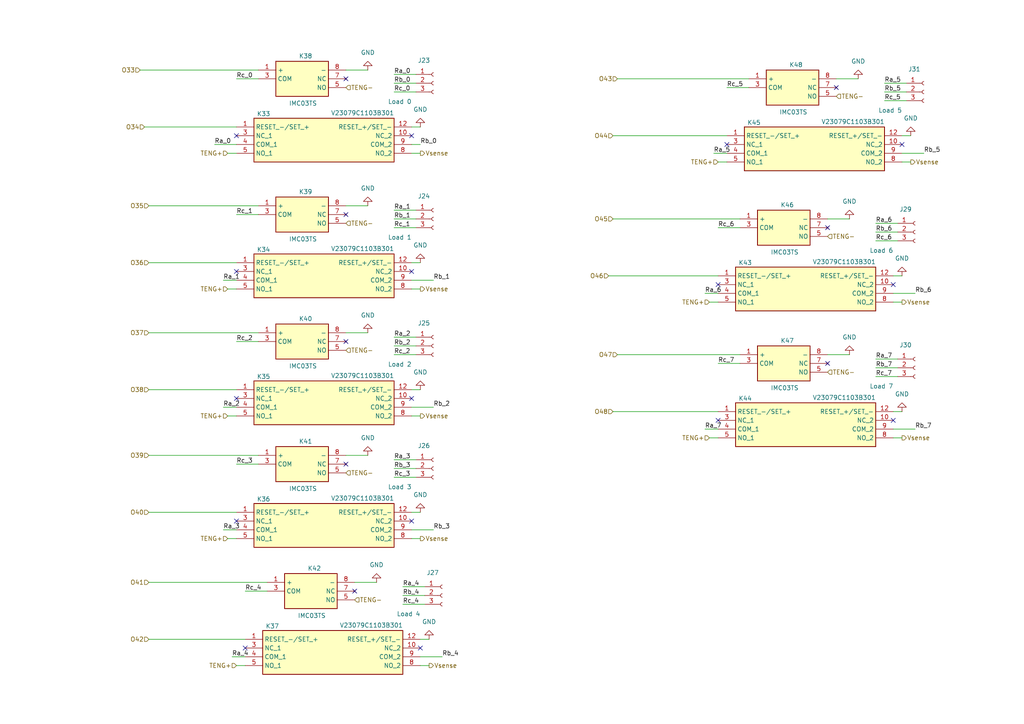
<source format=kicad_sch>
(kicad_sch (version 20231120) (generator "eeschema") (generator_version "8.0")
  (paper "A4")
  (lib_symbols
    (symbol "Connector:Conn_01x03_Socket" (pin_names (offset 1.016) hide)
      (property "Reference" "J" (at 0 5.08 0))
      (property "Value" "Conn_01x03_Socket" (at 0 -5.08 0))
      (symbol "Conn_01x03_Socket_1_1"
        (arc (start 0 -2.032) (mid -0.5058 -2.54) (end 0 -3.048) (stroke (width 0.1524)))
        (polyline (pts (xy -1.27 -2.54) (xy -0.508 -2.54)) (stroke (width 0.1524)))
        (polyline (pts (xy -1.27 0) (xy -0.508 0)) (stroke (width 0.1524)))
        (polyline (pts (xy -1.27 2.54) (xy -0.508 2.54)) (stroke (width 0.1524)))
        (arc (start 0 0.508) (mid -0.5058 0) (end 0 -0.508) (stroke (width 0.1524)))
        (arc (start 0 3.048) (mid -0.5058 2.54) (end 0 2.032) (stroke (width 0.1524)))
        (pin passive line (at -5.08 2.54 0) (length 3.81) (name "Pin_1") (number "1"))
        (pin passive line (at -5.08 0 0) (length 3.81) (name "Pin_2") (number "2"))
        (pin passive line (at -5.08 -2.54 0) (length 3.81) (name "Pin_3") (number "3"))
      )
    )
    (symbol "SamacSys_Parts:IMC03TS"
      (property "Reference" "K" (at 21.59 7.62 0))
      (property "Value" "IMC03TS" (at 21.59 5.08 0))
      (symbol "IMC03TS_1_1"
        (rectangle (start 5.08 2.54) (end 20.32 -7.62) (stroke (width 0.254)) (fill (type background)))
        (pin passive line (at 0 0 0) (length 5.08) (name "+") (number "1"))
        (pin passive line (at 0 -2.54 0) (length 5.08) (name "COM") (number "3"))
        (pin passive line (at 25.4 -5.08 180) (length 5.08) (name "NO") (number "5"))
        (pin no_connect line (at 25.4 -2.54 180) (length 5.08) (name "NC") (number "7"))
        (pin passive line (at 25.4 0 180) (length 5.08) (name "-") (number "8"))
      )
    )
    (symbol "SamacSys_Parts:V23079C1103B301"
      (property "Reference" "K" (at 46.99 7.62 0))
      (property "Value" "V23079C1103B301" (at 46.99 5.08 0))
      (symbol "V23079C1103B301_1_1"
        (rectangle (start 5.08 2.54) (end 45.72 -10.16) (stroke (width 0.254)) (fill (type background)))
        (pin passive line (at 0 0 0) (length 5.08) (name "RESET_-/SET_+") (number "1"))
        (pin passive line (at 50.8 -2.54 180) (length 5.08) (name "NC_2") (number "10"))
        (pin passive line (at 50.8 0 180) (length 5.08) (name "RESET_+/SET_-") (number "12"))
        (pin passive line (at 0 -2.54 0) (length 5.08) (name "NC_1") (number "3"))
        (pin passive line (at 0 -5.08 0) (length 5.08) (name "COM_1") (number "4"))
        (pin passive line (at 0 -7.62 0) (length 5.08) (name "NO_1") (number "5"))
        (pin passive line (at 50.8 -7.62 180) (length 5.08) (name "NO_2") (number "8"))
        (pin passive line (at 50.8 -5.08 180) (length 5.08) (name "COM_2") (number "9"))
      )
    )
    (symbol "power:GND" (power) (pin_numbers hide) (pin_names (offset 0) hide)
      (property "Value" "GND" (at 0 -3.81 0))
      (symbol "GND_0_1"
        (polyline (pts (xy 0 0) (xy 0 -1.27) (xy 1.27 -1.27) (xy 0 -2.54) (xy -1.27 -1.27) (xy 0 -1.27)))
      )
      (symbol "GND_1_1"
        (pin power_in line (at 0 0 270) (length 0) (name "~") (number "1"))
      )
    )
  )
  (no_connect (at 208.28 82.55))
  (no_connect (at 102.87 171.45))
  (no_connect (at 121.92 187.96))
  (no_connect (at 119.38 115.57))
  (no_connect (at 68.58 78.74))
  (no_connect (at 242.57 25.4))
  (no_connect (at 119.38 151.13))
  (no_connect (at 100.33 134.62))
  (no_connect (at 68.58 39.37))
  (no_connect (at 100.33 22.86))
  (no_connect (at 259.08 82.55))
  (no_connect (at 71.12 187.96))
  (no_connect (at 259.08 121.92))
  (no_connect (at 208.28 121.92))
  (no_connect (at 100.33 62.23))
  (no_connect (at 240.03 66.04))
  (no_connect (at 68.58 115.57))
  (no_connect (at 210.82 41.91))
  (no_connect (at 240.03 105.41))
  (no_connect (at 119.38 78.74))
  (no_connect (at 261.62 41.91))
  (no_connect (at 68.58 151.13))
  (no_connect (at 100.33 99.06))
  (no_connect (at 119.38 39.37))
  (wire (pts (xy 66.04 44.45) (xy 68.58 44.45)))
  (wire (pts (xy 106.68 59.69) (xy 100.33 59.69)))
  (wire (pts (xy 208.28 105.41) (xy 214.63 105.41)))
  (wire (pts (xy 246.38 102.87) (xy 240.03 102.87)))
  (wire (pts (xy 121.92 76.2) (xy 119.38 76.2)))
  (wire (pts (xy 119.38 81.28) (xy 125.73 81.28)))
  (wire (pts (xy 254 67.31) (xy 260.35 67.31)))
  (wire (pts (xy 114.3 102.87) (xy 120.65 102.87)))
  (wire (pts (xy 254 106.68) (xy 260.35 106.68)))
  (wire (pts (xy 64.77 118.11) (xy 68.58 118.11)))
  (wire (pts (xy 121.92 156.21) (xy 119.38 156.21)))
  (wire (pts (xy 246.38 63.5) (xy 240.03 63.5)))
  (wire (pts (xy 114.3 135.89) (xy 120.65 135.89)))
  (wire (pts (xy 124.46 193.04) (xy 121.92 193.04)))
  (wire (pts (xy 66.04 120.65) (xy 68.58 120.65)))
  (wire (pts (xy 179.07 22.86) (xy 217.17 22.86)))
  (wire (pts (xy 43.18 148.59) (xy 68.58 148.59)))
  (wire (pts (xy 114.3 97.79) (xy 120.65 97.79)))
  (wire (pts (xy 254 109.22) (xy 260.35 109.22)))
  (wire (pts (xy 119.38 118.11) (xy 125.73 118.11)))
  (wire (pts (xy 208.28 46.99) (xy 210.82 46.99)))
  (wire (pts (xy 248.92 22.86) (xy 242.57 22.86)))
  (wire (pts (xy 114.3 100.33) (xy 120.65 100.33)))
  (wire (pts (xy 43.18 59.69) (xy 74.93 59.69)))
  (wire (pts (xy 204.47 85.09) (xy 208.28 85.09)))
  (wire (pts (xy 177.8 119.38) (xy 208.28 119.38)))
  (wire (pts (xy 114.3 60.96) (xy 120.65 60.96)))
  (wire (pts (xy 121.92 120.65) (xy 119.38 120.65)))
  (wire (pts (xy 116.84 175.26) (xy 123.19 175.26)))
  (wire (pts (xy 261.62 80.01) (xy 259.08 80.01)))
  (wire (pts (xy 119.38 153.67) (xy 125.73 153.67)))
  (wire (pts (xy 114.3 26.67) (xy 120.65 26.67)))
  (wire (pts (xy 114.3 138.43) (xy 120.65 138.43)))
  (wire (pts (xy 68.58 193.04) (xy 71.12 193.04)))
  (wire (pts (xy 106.68 20.32) (xy 100.33 20.32)))
  (wire (pts (xy 121.92 83.82) (xy 119.38 83.82)))
  (wire (pts (xy 40.64 20.32) (xy 74.93 20.32)))
  (wire (pts (xy 43.18 96.52) (xy 74.93 96.52)))
  (wire (pts (xy 121.92 148.59) (xy 119.38 148.59)))
  (wire (pts (xy 207.01 44.45) (xy 210.82 44.45)))
  (wire (pts (xy 205.74 127) (xy 208.28 127)))
  (wire (pts (xy 121.92 190.5) (xy 128.27 190.5)))
  (wire (pts (xy 205.74 87.63) (xy 208.28 87.63)))
  (wire (pts (xy 177.8 63.5) (xy 214.63 63.5)))
  (wire (pts (xy 109.22 168.91) (xy 102.87 168.91)))
  (wire (pts (xy 43.18 168.91) (xy 77.47 168.91)))
  (wire (pts (xy 256.54 29.21) (xy 262.89 29.21)))
  (wire (pts (xy 121.92 41.91) (xy 119.38 41.91)))
  (wire (pts (xy 68.58 99.06) (xy 74.93 99.06)))
  (wire (pts (xy 68.58 134.62) (xy 74.93 134.62)))
  (wire (pts (xy 124.46 185.42) (xy 121.92 185.42)))
  (wire (pts (xy 259.08 85.09) (xy 265.43 85.09)))
  (wire (pts (xy 121.92 44.45) (xy 119.38 44.45)))
  (wire (pts (xy 114.3 63.5) (xy 120.65 63.5)))
  (wire (pts (xy 43.18 132.08) (xy 74.93 132.08)))
  (wire (pts (xy 261.62 44.45) (xy 267.97 44.45)))
  (wire (pts (xy 261.62 119.38) (xy 259.08 119.38)))
  (wire (pts (xy 256.54 24.13) (xy 262.89 24.13)))
  (wire (pts (xy 261.62 127) (xy 259.08 127)))
  (wire (pts (xy 66.04 156.21) (xy 68.58 156.21)))
  (wire (pts (xy 264.16 39.37) (xy 261.62 39.37)))
  (wire (pts (xy 43.18 185.42) (xy 71.12 185.42)))
  (wire (pts (xy 67.31 190.5) (xy 71.12 190.5)))
  (wire (pts (xy 43.18 113.03) (xy 68.58 113.03)))
  (wire (pts (xy 116.84 172.72) (xy 123.19 172.72)))
  (wire (pts (xy 121.92 113.03) (xy 119.38 113.03)))
  (wire (pts (xy 254 104.14) (xy 260.35 104.14)))
  (wire (pts (xy 116.84 170.18) (xy 123.19 170.18)))
  (wire (pts (xy 114.3 24.13) (xy 120.65 24.13)))
  (wire (pts (xy 254 64.77) (xy 260.35 64.77)))
  (wire (pts (xy 68.58 62.23) (xy 74.93 62.23)))
  (wire (pts (xy 66.04 83.82) (xy 68.58 83.82)))
  (wire (pts (xy 121.92 36.83) (xy 119.38 36.83)))
  (wire (pts (xy 254 69.85) (xy 260.35 69.85)))
  (wire (pts (xy 259.08 124.46) (xy 265.43 124.46)))
  (wire (pts (xy 204.47 124.46) (xy 208.28 124.46)))
  (wire (pts (xy 114.3 21.59) (xy 120.65 21.59)))
  (wire (pts (xy 64.77 81.28) (xy 68.58 81.28)))
  (wire (pts (xy 43.18 76.2) (xy 68.58 76.2)))
  (wire (pts (xy 62.23 41.91) (xy 68.58 41.91)))
  (wire (pts (xy 106.68 132.08) (xy 100.33 132.08)))
  (wire (pts (xy 177.8 39.37) (xy 210.82 39.37)))
  (wire (pts (xy 256.54 26.67) (xy 262.89 26.67)))
  (wire (pts (xy 106.68 96.52) (xy 100.33 96.52)))
  (wire (pts (xy 176.53 80.01) (xy 208.28 80.01)))
  (wire (pts (xy 261.62 87.63) (xy 259.08 87.63)))
  (wire (pts (xy 41.91 36.83) (xy 68.58 36.83)))
  (wire (pts (xy 71.12 171.45) (xy 77.47 171.45)))
  (wire (pts (xy 68.58 22.86) (xy 74.93 22.86)))
  (wire (pts (xy 179.07 102.87) (xy 214.63 102.87)))
  (wire (pts (xy 64.77 153.67) (xy 68.58 153.67)))
  (wire (pts (xy 264.16 46.99) (xy 261.62 46.99)))
  (wire (pts (xy 114.3 133.35) (xy 120.65 133.35)))
  (wire (pts (xy 210.82 25.4) (xy 217.17 25.4)))
  (wire (pts (xy 114.3 66.04) (xy 120.65 66.04)))
  (wire (pts (xy 208.28 66.04) (xy 214.63 66.04)))
  (label "Ra_4" (at 67.31 190.5 0))
  (label "Rc_3" (at 114.3 138.43 0))
  (label "Rc_7" (at 208.28 105.41 0))
  (label "Ra_1" (at 64.77 81.28 0))
  (label "Ra_1" (at 114.3 60.96 0))
  (label "Ra_7" (at 204.47 124.46 0))
  (label "Rc_2" (at 68.58 99.06 0))
  (label "Rb_3" (at 114.3 135.89 0))
  (label "Rb_2" (at 125.73 118.11 0))
  (label "Rb_1" (at 125.73 81.28 0))
  (label "Ra_6" (at 254 64.77 0))
  (label "Ra_4" (at 116.84 170.18 0))
  (label "Rc_6" (at 254 69.85 0))
  (label "Rc_3" (at 68.58 134.62 0))
  (label "Ra_2" (at 64.77 118.11 0))
  (label "Rb_7" (at 254 106.68 0))
  (label "Rc_4" (at 71.12 171.45 0))
  (label "Rc_0" (at 114.3 26.67 0))
  (label "Rb_6" (at 254 67.31 0))
  (label "Rc_6" (at 208.28 66.04 0))
  (label "Rc_7" (at 254 109.22 0))
  (label "Ra_6" (at 204.47 85.09 0))
  (label "Ra_2" (at 114.3 97.79 0))
  (label "Rb_0" (at 114.3 24.13 0))
  (label "Ra_5" (at 207.01 44.45 0))
  (label "Ra_3" (at 64.77 153.67 0))
  (label "Rb_1" (at 114.3 63.5 0))
  (label "Rb_4" (at 128.27 190.5 0))
  (label "Rc_1" (at 114.3 66.04 0))
  (label "Rc_4" (at 116.84 175.26 0))
  (label "Rb_5" (at 256.54 26.67 0))
  (label "Ra_0" (at 62.23 41.91 0))
  (label "Ra_3" (at 114.3 133.35 0))
  (label "Rb_0" (at 121.92 41.91 0))
  (label "Rb_4" (at 116.84 172.72 0))
  (label "Rb_2" (at 114.3 100.33 0))
  (label "Rb_7" (at 265.43 124.46 0))
  (label "Ra_5" (at 256.54 24.13 0))
  (label "Rc_2" (at 114.3 102.87 0))
  (label "Rb_3" (at 125.73 153.67 0))
  (label "Rc_5" (at 210.82 25.4 0))
  (label "Rc_5" (at 256.54 29.21 0))
  (label "Ra_7" (at 254 104.14 0))
  (label "Rc_0" (at 68.58 22.86 0))
  (label "Rc_1" (at 68.58 62.23 0))
  (label "Rb_6" (at 265.43 85.09 0))
  (label "Ra_0" (at 114.3 21.59 0))
  (label "Rb_5" (at 267.97 44.45 0))
  (hierarchical_label "O34" (shape input) (at 41.91 36.83 180))
  (hierarchical_label "TENG+" (shape input) (at 66.04 120.65 180))
  (hierarchical_label "O39" (shape input) (at 43.18 132.08 180))
  (hierarchical_label "O44" (shape input) (at 177.8 39.37 180))
  (hierarchical_label "O42" (shape input) (at 43.18 185.42 180))
  (hierarchical_label "TENG+" (shape input) (at 66.04 44.45 180))
  (hierarchical_label "TENG-" (shape input) (at 100.33 137.16 0))
  (hierarchical_label "O36" (shape input) (at 43.18 76.2 180))
  (hierarchical_label "O37" (shape input) (at 43.18 96.52 180))
  (hierarchical_label "O35" (shape input) (at 43.18 59.69 180))
  (hierarchical_label "Vsense" (shape output) (at 264.16 46.99 0))
  (hierarchical_label "Vsense" (shape output) (at 121.92 156.21 0))
  (hierarchical_label "TENG-" (shape input) (at 100.33 64.77 0))
  (hierarchical_label "TENG+" (shape input) (at 66.04 156.21 180))
  (hierarchical_label "TENG-" (shape input) (at 240.03 68.58 0))
  (hierarchical_label "O38" (shape input) (at 43.18 113.03 180))
  (hierarchical_label "O48" (shape input) (at 177.8 119.38 180))
  (hierarchical_label "O41" (shape input) (at 43.18 168.91 180))
  (hierarchical_label "O43" (shape input) (at 179.07 22.86 180))
  (hierarchical_label "TENG-" (shape input) (at 240.03 107.95 0))
  (hierarchical_label "Vsense" (shape output) (at 121.92 44.45 0))
  (hierarchical_label "TENG-" (shape input) (at 100.33 25.4 0))
  (hierarchical_label "Vsense" (shape output) (at 121.92 120.65 0))
  (hierarchical_label "O47" (shape input) (at 179.07 102.87 180))
  (hierarchical_label "TENG-" (shape input) (at 242.57 27.94 0))
  (hierarchical_label "TENG+" (shape input) (at 66.04 83.82 180))
  (hierarchical_label "O46" (shape input) (at 176.53 80.01 180))
  (hierarchical_label "TENG+" (shape input) (at 205.74 127 180))
  (hierarchical_label "O40" (shape input) (at 43.18 148.59 180))
  (hierarchical_label "Vsense" (shape output) (at 261.62 87.63 0))
  (hierarchical_label "Vsense" (shape output) (at 121.92 83.82 0))
  (hierarchical_label "Vsense" (shape output) (at 261.62 127 0))
  (hierarchical_label "TENG+" (shape input) (at 68.58 193.04 180))
  (hierarchical_label "TENG+" (shape input) (at 205.74 87.63 180))
  (hierarchical_label "TENG-" (shape input) (at 100.33 101.6 0))
  (hierarchical_label "O45" (shape input) (at 177.8 63.5 180))
  (hierarchical_label "Vsense" (shape output) (at 124.46 193.04 0))
  (hierarchical_label "TENG+" (shape input) (at 208.28 46.99 180))
  (hierarchical_label "O33" (shape input) (at 40.64 20.32 180))
  (hierarchical_label "TENG-" (shape input) (at 102.87 173.99 0))
  (symbol (lib_id "power:GND") (at 121.92 113.03 0) (mirror x) (unit 1)
    (property "Reference" "#PWR064" (effects (hide yes)))
    (property "Value" "GND" (at 121.92 107.95 0))
    (property "Description" "Power symbol creates a global label with name \"GND\" , ground" (effects (hide yes)))
  )
  (symbol (lib_id "power:GND") (at 106.68 20.32 0) (mirror x) (unit 1)
    (property "Reference" "#PWR057" (effects (hide yes)))
    (property "Value" "GND" (at 106.68 15.24 0))
    (property "Description" "Power symbol creates a global label with name \"GND\" , ground" (effects (hide yes)))
  )
  (symbol (lib_id "SamacSys_Parts:V23079C1103B301") (at 68.58 76.2 0) (unit 1)
    (property "Reference" "K34" (at 76.454 72.39 0))
    (property "Value" "V23079C1103B301" (at 105.156 72.136 0))
    (property "Footprint" "SamacSys_Parts:V23079A1001B301" (effects (hide yes)))
    (property "Datasheet" "https://www.te.com/commerce/DocumentDelivery/DDEController?Action=showdoc&DocId=Specification+Or+Standard%7F108-98002%7FZ5%7Fpdf%7FEnglish%7FENG_SS_108-98002_Z5.pdf%7F4-1393788-8" (effects (hide yes)))
    (property "Description" "Relay,signal,PCB,DPDT,2A,12Vdc,latching" (effects (hide yes)))
    (property "Height" "9" (effects (hide yes)))
    (property "Manufacturer_Name" "TE Connectivity" (effects (hide yes)))
    (property "Manufacturer_Part_Number" "V23079C1103B301" (effects (hide yes)))
    (property "Mouser Part Number" "655-V23079C1103B301" (effects (hide yes)))
    (property "Mouser Price/Stock" "https://www.mouser.co.uk/ProductDetail/TE-Connectivity-PB/V23079C1103B301?qs=CNrsY6Bml5mJjfpRR1yORw%3D%3D" (effects (hide yes)))
    (property "Arrow Part Number" "V23079C1103B301" (effects (hide yes)))
    (property "Arrow Price/Stock" "https://www.arrow.com/en/products/v23079c1103b301/te-connectivity?region=nac" (effects (hide yes)))
  )
  (symbol (lib_id "power:GND") (at 261.62 80.01 0) (mirror x) (unit 1)
    (property "Reference" "#PWR070" (effects (hide yes)))
    (property "Value" "GND" (at 261.62 74.93 0))
    (property "Description" "Power symbol creates a global label with name \"GND\" , ground" (effects (hide yes)))
  )
  (symbol (lib_id "SamacSys_Parts:V23079C1103B301") (at 71.12 185.42 0) (unit 1)
    (property "Reference" "K37" (at 78.994 181.61 0))
    (property "Value" "V23079C1103B301" (at 107.696 181.356 0))
    (property "Footprint" "SamacSys_Parts:V23079A1001B301" (effects (hide yes)))
    (property "Datasheet" "https://www.te.com/commerce/DocumentDelivery/DDEController?Action=showdoc&DocId=Specification+Or+Standard%7F108-98002%7FZ5%7Fpdf%7FEnglish%7FENG_SS_108-98002_Z5.pdf%7F4-1393788-8" (effects (hide yes)))
    (property "Description" "Relay,signal,PCB,DPDT,2A,12Vdc,latching" (effects (hide yes)))
    (property "Height" "9" (effects (hide yes)))
    (property "Manufacturer_Name" "TE Connectivity" (effects (hide yes)))
    (property "Manufacturer_Part_Number" "V23079C1103B301" (effects (hide yes)))
    (property "Mouser Part Number" "655-V23079C1103B301" (effects (hide yes)))
    (property "Mouser Price/Stock" "https://www.mouser.co.uk/ProductDetail/TE-Connectivity-PB/V23079C1103B301?qs=CNrsY6Bml5mJjfpRR1yORw%3D%3D" (effects (hide yes)))
    (property "Arrow Part Number" "V23079C1103B301" (effects (hide yes)))
    (property "Arrow Price/Stock" "https://www.arrow.com/en/products/v23079c1103b301/te-connectivity?region=nac" (effects (hide yes)))
  )
  (symbol (lib_id "SamacSys_Parts:V23079C1103B301") (at 208.28 119.38 0) (unit 1)
    (property "Reference" "K44" (at 216.154 115.57 0))
    (property "Value" "V23079C1103B301" (at 244.856 115.316 0))
    (property "Footprint" "SamacSys_Parts:V23079A1001B301" (effects (hide yes)))
    (property "Datasheet" "https://www.te.com/commerce/DocumentDelivery/DDEController?Action=showdoc&DocId=Specification+Or+Standard%7F108-98002%7FZ5%7Fpdf%7FEnglish%7FENG_SS_108-98002_Z5.pdf%7F4-1393788-8" (effects (hide yes)))
    (property "Description" "Relay,signal,PCB,DPDT,2A,12Vdc,latching" (effects (hide yes)))
    (property "Height" "9" (effects (hide yes)))
    (property "Manufacturer_Name" "TE Connectivity" (effects (hide yes)))
    (property "Manufacturer_Part_Number" "V23079C1103B301" (effects (hide yes)))
    (property "Mouser Part Number" "655-V23079C1103B301" (effects (hide yes)))
    (property "Mouser Price/Stock" "https://www.mouser.co.uk/ProductDetail/TE-Connectivity-PB/V23079C1103B301?qs=CNrsY6Bml5mJjfpRR1yORw%3D%3D" (effects (hide yes)))
    (property "Arrow Part Number" "V23079C1103B301" (effects (hide yes)))
    (property "Arrow Price/Stock" "https://www.arrow.com/en/products/v23079c1103b301/te-connectivity?region=nac" (effects (hide yes)))
  )
  (symbol (lib_id "power:GND") (at 106.68 59.69 0) (mirror x) (unit 1)
    (property "Reference" "#PWR058" (effects (hide yes)))
    (property "Value" "GND" (at 106.68 54.61 0))
    (property "Description" "Power symbol creates a global label with name \"GND\" , ground" (effects (hide yes)))
  )
  (symbol (lib_id "power:GND") (at 264.16 39.37 0) (mirror x) (unit 1)
    (property "Reference" "#PWR072" (effects (hide yes)))
    (property "Value" "GND" (at 264.16 34.29 0))
    (property "Description" "Power symbol creates a global label with name \"GND\" , ground" (effects (hide yes)))
  )
  (symbol (lib_id "power:GND") (at 121.92 148.59 0) (mirror x) (unit 1)
    (property "Reference" "#PWR065" (effects (hide yes)))
    (property "Value" "GND" (at 121.92 143.51 0))
    (property "Description" "Power symbol creates a global label with name \"GND\" , ground" (effects (hide yes)))
  )
  (symbol (lib_id "power:GND") (at 124.46 185.42 0) (mirror x) (unit 1)
    (property "Reference" "#PWR066" (effects (hide yes)))
    (property "Value" "GND" (at 124.46 180.34 0))
    (property "Description" "Power symbol creates a global label with name \"GND\" , ground" (effects (hide yes)))
  )
  (symbol (lib_id "Connector:Conn_01x03_Socket") (at 265.43 67.31 0) (unit 1)
    (property "Reference" "J29" (at 260.858 60.706 0) (effects (justify left)))
    (property "Value" "Load 6" (at 252.222 72.644 0) (effects (justify left)))
    (property "Footprint" "Connector_PinHeader_2.54mm:PinHeader_1x03_P2.54mm_Vertical" (effects (hide yes)))
    (property "Description" "Generic connector, single row, 01x03, script generated" (effects (hide yes)))
  )
  (symbol (lib_id "Connector:Conn_01x03_Socket") (at 125.73 100.33 0) (unit 1)
    (property "Reference" "J25" (at 121.158 93.726 0) (effects (justify left)))
    (property "Value" "Load 2" (at 112.522 105.664 0) (effects (justify left)))
    (property "Footprint" "Connector_PinHeader_2.54mm:PinHeader_1x03_P2.54mm_Vertical" (effects (hide yes)))
    (property "Description" "Generic connector, single row, 01x03, script generated" (effects (hide yes)))
  )
  (symbol (lib_id "power:GND") (at 246.38 63.5 0) (mirror x) (unit 1)
    (property "Reference" "#PWR067" (effects (hide yes)))
    (property "Value" "GND" (at 246.38 58.42 0))
    (property "Description" "Power symbol creates a global label with name \"GND\" , ground" (effects (hide yes)))
  )
  (symbol (lib_id "SamacSys_Parts:IMC03TS") (at 74.93 20.32 0) (unit 1)
    (property "Reference" "K38" (at 88.646 16.256 0))
    (property "Value" "IMC03TS" (at 87.884 29.972 0))
    (property "Footprint" "SamacSys_Parts:IMC03TS" (effects (hide yes)))
    (property "Datasheet" "https://componentsearchengine.com/Datasheets/1/IMC03TS.pdf" (effects (hide yes)))
    (property "Description" "TE CONNECTIVITY - IMC03TS - RELAY, SIGNAL, SPDT, 30VDC, 2A" (effects (hide yes)))
    (property "Height" "5" (effects (hide yes)))
    (property "Manufacturer_Name" "TE Connectivity" (effects (hide yes)))
    (property "Manufacturer_Part_Number" "IMC03TS" (effects (hide yes)))
    (property "Mouser Part Number" "655-IMC03TS" (effects (hide yes)))
    (property "Mouser Price/Stock" "https://www.mouser.co.uk/ProductDetail/TE-Connectivity/IMC03TS?qs=cjQ5B1jJSzR1ZiTl5Tzf3w%3D%3D" (effects (hide yes)))
    (property "Arrow Part Number" "IMC03TS" (effects (hide yes)))
    (property "Arrow Price/Stock" "https://www.arrow.com/en/products/imc03ts/te-connectivity?region=nac" (effects (hide yes)))
  )
  (symbol (lib_id "SamacSys_Parts:V23079C1103B301") (at 68.58 148.59 0) (unit 1)
    (property "Reference" "K36" (at 76.454 144.78 0))
    (property "Value" "V23079C1103B301" (at 105.156 144.526 0))
    (property "Footprint" "SamacSys_Parts:V23079A1001B301" (effects (hide yes)))
    (property "Datasheet" "https://www.te.com/commerce/DocumentDelivery/DDEController?Action=showdoc&DocId=Specification+Or+Standard%7F108-98002%7FZ5%7Fpdf%7FEnglish%7FENG_SS_108-98002_Z5.pdf%7F4-1393788-8" (effects (hide yes)))
    (property "Description" "Relay,signal,PCB,DPDT,2A,12Vdc,latching" (effects (hide yes)))
    (property "Height" "9" (effects (hide yes)))
    (property "Manufacturer_Name" "TE Connectivity" (effects (hide yes)))
    (property "Manufacturer_Part_Number" "V23079C1103B301" (effects (hide yes)))
    (property "Mouser Part Number" "655-V23079C1103B301" (effects (hide yes)))
    (property "Mouser Price/Stock" "https://www.mouser.co.uk/ProductDetail/TE-Connectivity-PB/V23079C1103B301?qs=CNrsY6Bml5mJjfpRR1yORw%3D%3D" (effects (hide yes)))
    (property "Arrow Part Number" "V23079C1103B301" (effects (hide yes)))
    (property "Arrow Price/Stock" "https://www.arrow.com/en/products/v23079c1103b301/te-connectivity?region=nac" (effects (hide yes)))
  )
  (symbol (lib_id "SamacSys_Parts:IMC03TS") (at 74.93 59.69 0) (unit 1)
    (property "Reference" "K39" (at 88.646 55.626 0))
    (property "Value" "IMC03TS" (at 87.884 69.342 0))
    (property "Footprint" "SamacSys_Parts:IMC03TS" (effects (hide yes)))
    (property "Datasheet" "https://componentsearchengine.com/Datasheets/1/IMC03TS.pdf" (effects (hide yes)))
    (property "Description" "TE CONNECTIVITY - IMC03TS - RELAY, SIGNAL, SPDT, 30VDC, 2A" (effects (hide yes)))
    (property "Height" "5" (effects (hide yes)))
    (property "Manufacturer_Name" "TE Connectivity" (effects (hide yes)))
    (property "Manufacturer_Part_Number" "IMC03TS" (effects (hide yes)))
    (property "Mouser Part Number" "655-IMC03TS" (effects (hide yes)))
    (property "Mouser Price/Stock" "https://www.mouser.co.uk/ProductDetail/TE-Connectivity/IMC03TS?qs=cjQ5B1jJSzR1ZiTl5Tzf3w%3D%3D" (effects (hide yes)))
    (property "Arrow Part Number" "IMC03TS" (effects (hide yes)))
    (property "Arrow Price/Stock" "https://www.arrow.com/en/products/imc03ts/te-connectivity?region=nac" (effects (hide yes)))
  )
  (symbol (lib_id "Connector:Conn_01x03_Socket") (at 128.27 172.72 0) (unit 1)
    (property "Reference" "J27" (at 123.698 166.116 0) (effects (justify left)))
    (property "Value" "Load 4" (at 115.062 178.054 0) (effects (justify left)))
    (property "Footprint" "Connector_PinHeader_2.54mm:PinHeader_1x03_P2.54mm_Vertical" (effects (hide yes)))
    (property "Description" "Generic connector, single row, 01x03, script generated" (effects (hide yes)))
  )
  (symbol (lib_id "power:GND") (at 106.68 96.52 0) (mirror x) (unit 1)
    (property "Reference" "#PWR059" (effects (hide yes)))
    (property "Value" "GND" (at 106.68 91.44 0))
    (property "Description" "Power symbol creates a global label with name \"GND\" , ground" (effects (hide yes)))
  )
  (symbol (lib_id "power:GND") (at 109.22 168.91 0) (mirror x) (unit 1)
    (property "Reference" "#PWR061" (effects (hide yes)))
    (property "Value" "GND" (at 109.22 163.83 0))
    (property "Description" "Power symbol creates a global label with name \"GND\" , ground" (effects (hide yes)))
  )
  (symbol (lib_id "SamacSys_Parts:V23079C1103B301") (at 210.82 39.37 0) (unit 1)
    (property "Reference" "K45" (at 218.694 35.56 0))
    (property "Value" "V23079C1103B301" (at 247.396 35.306 0))
    (property "Footprint" "SamacSys_Parts:V23079A1001B301" (effects (hide yes)))
    (property "Datasheet" "https://www.te.com/commerce/DocumentDelivery/DDEController?Action=showdoc&DocId=Specification+Or+Standard%7F108-98002%7FZ5%7Fpdf%7FEnglish%7FENG_SS_108-98002_Z5.pdf%7F4-1393788-8" (effects (hide yes)))
    (property "Description" "Relay,signal,PCB,DPDT,2A,12Vdc,latching" (effects (hide yes)))
    (property "Height" "9" (effects (hide yes)))
    (property "Manufacturer_Name" "TE Connectivity" (effects (hide yes)))
    (property "Manufacturer_Part_Number" "V23079C1103B301" (effects (hide yes)))
    (property "Mouser Part Number" "655-V23079C1103B301" (effects (hide yes)))
    (property "Mouser Price/Stock" "https://www.mouser.co.uk/ProductDetail/TE-Connectivity-PB/V23079C1103B301?qs=CNrsY6Bml5mJjfpRR1yORw%3D%3D" (effects (hide yes)))
    (property "Arrow Part Number" "V23079C1103B301" (effects (hide yes)))
    (property "Arrow Price/Stock" "https://www.arrow.com/en/products/v23079c1103b301/te-connectivity?region=nac" (effects (hide yes)))
  )
  (symbol (lib_id "SamacSys_Parts:IMC03TS") (at 74.93 96.52 0) (unit 1)
    (property "Reference" "K40" (at 88.646 92.456 0))
    (property "Value" "IMC03TS" (at 87.884 106.172 0))
    (property "Footprint" "SamacSys_Parts:IMC03TS" (effects (hide yes)))
    (property "Datasheet" "https://componentsearchengine.com/Datasheets/1/IMC03TS.pdf" (effects (hide yes)))
    (property "Description" "TE CONNECTIVITY - IMC03TS - RELAY, SIGNAL, SPDT, 30VDC, 2A" (effects (hide yes)))
    (property "Height" "5" (effects (hide yes)))
    (property "Manufacturer_Name" "TE Connectivity" (effects (hide yes)))
    (property "Manufacturer_Part_Number" "IMC03TS" (effects (hide yes)))
    (property "Mouser Part Number" "655-IMC03TS" (effects (hide yes)))
    (property "Mouser Price/Stock" "https://www.mouser.co.uk/ProductDetail/TE-Connectivity/IMC03TS?qs=cjQ5B1jJSzR1ZiTl5Tzf3w%3D%3D" (effects (hide yes)))
    (property "Arrow Part Number" "IMC03TS" (effects (hide yes)))
    (property "Arrow Price/Stock" "https://www.arrow.com/en/products/imc03ts/te-connectivity?region=nac" (effects (hide yes)))
  )
  (symbol (lib_id "SamacSys_Parts:V23079C1103B301") (at 208.28 80.01 0) (unit 1)
    (property "Reference" "K43" (at 216.154 76.2 0))
    (property "Value" "V23079C1103B301" (at 244.856 75.946 0))
    (property "Footprint" "SamacSys_Parts:V23079A1001B301" (effects (hide yes)))
    (property "Datasheet" "https://www.te.com/commerce/DocumentDelivery/DDEController?Action=showdoc&DocId=Specification+Or+Standard%7F108-98002%7FZ5%7Fpdf%7FEnglish%7FENG_SS_108-98002_Z5.pdf%7F4-1393788-8" (effects (hide yes)))
    (property "Description" "Relay,signal,PCB,DPDT,2A,12Vdc,latching" (effects (hide yes)))
    (property "Height" "9" (effects (hide yes)))
    (property "Manufacturer_Name" "TE Connectivity" (effects (hide yes)))
    (property "Manufacturer_Part_Number" "V23079C1103B301" (effects (hide yes)))
    (property "Mouser Part Number" "655-V23079C1103B301" (effects (hide yes)))
    (property "Mouser Price/Stock" "https://www.mouser.co.uk/ProductDetail/TE-Connectivity-PB/V23079C1103B301?qs=CNrsY6Bml5mJjfpRR1yORw%3D%3D" (effects (hide yes)))
    (property "Arrow Part Number" "V23079C1103B301" (effects (hide yes)))
    (property "Arrow Price/Stock" "https://www.arrow.com/en/products/v23079c1103b301/te-connectivity?region=nac" (effects (hide yes)))
  )
  (symbol (lib_id "power:GND") (at 248.92 22.86 0) (mirror x) (unit 1)
    (property "Reference" "#PWR069" (effects (hide yes)))
    (property "Value" "GND" (at 248.92 17.78 0))
    (property "Description" "Power symbol creates a global label with name \"GND\" , ground" (effects (hide yes)))
  )
  (symbol (lib_id "power:GND") (at 246.38 102.87 0) (mirror x) (unit 1)
    (property "Reference" "#PWR068" (effects (hide yes)))
    (property "Value" "GND" (at 246.38 97.79 0))
    (property "Description" "Power symbol creates a global label with name \"GND\" , ground" (effects (hide yes)))
  )
  (symbol (lib_id "Connector:Conn_01x03_Socket") (at 265.43 106.68 0) (unit 1)
    (property "Reference" "J30" (at 260.858 100.076 0) (effects (justify left)))
    (property "Value" "Load 7" (at 252.222 112.014 0) (effects (justify left)))
    (property "Footprint" "Connector_PinHeader_2.54mm:PinHeader_1x03_P2.54mm_Vertical" (effects (hide yes)))
    (property "Description" "Generic connector, single row, 01x03, script generated" (effects (hide yes)))
  )
  (symbol (lib_id "SamacSys_Parts:V23079C1103B301") (at 68.58 113.03 0) (unit 1)
    (property "Reference" "K35" (at 76.454 109.22 0))
    (property "Value" "V23079C1103B301" (at 105.156 108.966 0))
    (property "Footprint" "SamacSys_Parts:V23079A1001B301" (effects (hide yes)))
    (property "Datasheet" "https://www.te.com/commerce/DocumentDelivery/DDEController?Action=showdoc&DocId=Specification+Or+Standard%7F108-98002%7FZ5%7Fpdf%7FEnglish%7FENG_SS_108-98002_Z5.pdf%7F4-1393788-8" (effects (hide yes)))
    (property "Description" "Relay,signal,PCB,DPDT,2A,12Vdc,latching" (effects (hide yes)))
    (property "Height" "9" (effects (hide yes)))
    (property "Manufacturer_Name" "TE Connectivity" (effects (hide yes)))
    (property "Manufacturer_Part_Number" "V23079C1103B301" (effects (hide yes)))
    (property "Mouser Part Number" "655-V23079C1103B301" (effects (hide yes)))
    (property "Mouser Price/Stock" "https://www.mouser.co.uk/ProductDetail/TE-Connectivity-PB/V23079C1103B301?qs=CNrsY6Bml5mJjfpRR1yORw%3D%3D" (effects (hide yes)))
    (property "Arrow Part Number" "V23079C1103B301" (effects (hide yes)))
    (property "Arrow Price/Stock" "https://www.arrow.com/en/products/v23079c1103b301/te-connectivity?region=nac" (effects (hide yes)))
  )
  (symbol (lib_id "SamacSys_Parts:IMC03TS") (at 74.93 132.08 0) (unit 1)
    (property "Reference" "K41" (at 88.646 128.016 0))
    (property "Value" "IMC03TS" (at 87.884 141.732 0))
    (property "Footprint" "SamacSys_Parts:IMC03TS" (effects (hide yes)))
    (property "Datasheet" "https://componentsearchengine.com/Datasheets/1/IMC03TS.pdf" (effects (hide yes)))
    (property "Description" "TE CONNECTIVITY - IMC03TS - RELAY, SIGNAL, SPDT, 30VDC, 2A" (effects (hide yes)))
    (property "Height" "5" (effects (hide yes)))
    (property "Manufacturer_Name" "TE Connectivity" (effects (hide yes)))
    (property "Manufacturer_Part_Number" "IMC03TS" (effects (hide yes)))
    (property "Mouser Part Number" "655-IMC03TS" (effects (hide yes)))
    (property "Mouser Price/Stock" "https://www.mouser.co.uk/ProductDetail/TE-Connectivity/IMC03TS?qs=cjQ5B1jJSzR1ZiTl5Tzf3w%3D%3D" (effects (hide yes)))
    (property "Arrow Part Number" "IMC03TS" (effects (hide yes)))
    (property "Arrow Price/Stock" "https://www.arrow.com/en/products/imc03ts/te-connectivity?region=nac" (effects (hide yes)))
  )
  (symbol (lib_id "power:GND") (at 106.68 132.08 0) (mirror x) (unit 1)
    (property "Reference" "#PWR060" (effects (hide yes)))
    (property "Value" "GND" (at 106.68 127 0))
    (property "Description" "Power symbol creates a global label with name \"GND\" , ground" (effects (hide yes)))
  )
  (symbol (lib_id "SamacSys_Parts:IMC03TS") (at 217.17 22.86 0) (unit 1)
    (property "Reference" "K48" (at 230.886 18.796 0))
    (property "Value" "IMC03TS" (at 230.124 32.512 0))
    (property "Footprint" "SamacSys_Parts:IMC03TS" (effects (hide yes)))
    (property "Datasheet" "https://componentsearchengine.com/Datasheets/1/IMC03TS.pdf" (effects (hide yes)))
    (property "Description" "TE CONNECTIVITY - IMC03TS - RELAY, SIGNAL, SPDT, 30VDC, 2A" (effects (hide yes)))
    (property "Height" "5" (effects (hide yes)))
    (property "Manufacturer_Name" "TE Connectivity" (effects (hide yes)))
    (property "Manufacturer_Part_Number" "IMC03TS" (effects (hide yes)))
    (property "Mouser Part Number" "655-IMC03TS" (effects (hide yes)))
    (property "Mouser Price/Stock" "https://www.mouser.co.uk/ProductDetail/TE-Connectivity/IMC03TS?qs=cjQ5B1jJSzR1ZiTl5Tzf3w%3D%3D" (effects (hide yes)))
    (property "Arrow Part Number" "IMC03TS" (effects (hide yes)))
    (property "Arrow Price/Stock" "https://www.arrow.com/en/products/imc03ts/te-connectivity?region=nac" (effects (hide yes)))
  )
  (symbol (lib_id "SamacSys_Parts:IMC03TS") (at 77.47 168.91 0) (unit 1)
    (property "Reference" "K42" (at 91.186 164.846 0))
    (property "Value" "IMC03TS" (at 90.424 178.562 0))
    (property "Footprint" "SamacSys_Parts:IMC03TS" (effects (hide yes)))
    (property "Datasheet" "https://componentsearchengine.com/Datasheets/1/IMC03TS.pdf" (effects (hide yes)))
    (property "Description" "TE CONNECTIVITY - IMC03TS - RELAY, SIGNAL, SPDT, 30VDC, 2A" (effects (hide yes)))
    (property "Height" "5" (effects (hide yes)))
    (property "Manufacturer_Name" "TE Connectivity" (effects (hide yes)))
    (property "Manufacturer_Part_Number" "IMC03TS" (effects (hide yes)))
    (property "Mouser Part Number" "655-IMC03TS" (effects (hide yes)))
    (property "Mouser Price/Stock" "https://www.mouser.co.uk/ProductDetail/TE-Connectivity/IMC03TS?qs=cjQ5B1jJSzR1ZiTl5Tzf3w%3D%3D" (effects (hide yes)))
    (property "Arrow Part Number" "IMC03TS" (effects (hide yes)))
    (property "Arrow Price/Stock" "https://www.arrow.com/en/products/imc03ts/te-connectivity?region=nac" (effects (hide yes)))
  )
  (symbol (lib_id "power:GND") (at 121.92 76.2 0) (mirror x) (unit 1)
    (property "Reference" "#PWR063" (effects (hide yes)))
    (property "Value" "GND" (at 121.92 71.12 0))
    (property "Description" "Power symbol creates a global label with name \"GND\" , ground" (effects (hide yes)))
  )
  (symbol (lib_id "Connector:Conn_01x03_Socket") (at 267.97 26.67 0) (unit 1)
    (property "Reference" "J31" (at 263.398 20.066 0) (effects (justify left)))
    (property "Value" "Load 5" (at 254.762 32.004 0) (effects (justify left)))
    (property "Footprint" "Connector_PinHeader_2.54mm:PinHeader_1x03_P2.54mm_Vertical" (effects (hide yes)))
    (property "Description" "Generic connector, single row, 01x03, script generated" (effects (hide yes)))
  )
  (symbol (lib_id "SamacSys_Parts:IMC03TS") (at 214.63 63.5 0) (unit 1)
    (property "Reference" "K46" (at 228.346 59.436 0))
    (property "Value" "IMC03TS" (at 227.584 73.152 0))
    (property "Footprint" "SamacSys_Parts:IMC03TS" (effects (hide yes)))
    (property "Datasheet" "https://componentsearchengine.com/Datasheets/1/IMC03TS.pdf" (effects (hide yes)))
    (property "Description" "TE CONNECTIVITY - IMC03TS - RELAY, SIGNAL, SPDT, 30VDC, 2A" (effects (hide yes)))
    (property "Height" "5" (effects (hide yes)))
    (property "Manufacturer_Name" "TE Connectivity" (effects (hide yes)))
    (property "Manufacturer_Part_Number" "IMC03TS" (effects (hide yes)))
    (property "Mouser Part Number" "655-IMC03TS" (effects (hide yes)))
    (property "Mouser Price/Stock" "https://www.mouser.co.uk/ProductDetail/TE-Connectivity/IMC03TS?qs=cjQ5B1jJSzR1ZiTl5Tzf3w%3D%3D" (effects (hide yes)))
    (property "Arrow Part Number" "IMC03TS" (effects (hide yes)))
    (property "Arrow Price/Stock" "https://www.arrow.com/en/products/imc03ts/te-connectivity?region=nac" (effects (hide yes)))
  )
  (symbol (lib_id "SamacSys_Parts:IMC03TS") (at 214.63 102.87 0) (unit 1)
    (property "Reference" "K47" (at 228.346 98.806 0))
    (property "Value" "IMC03TS" (at 227.584 112.522 0))
    (property "Footprint" "SamacSys_Parts:IMC03TS" (effects (hide yes)))
    (property "Datasheet" "https://componentsearchengine.com/Datasheets/1/IMC03TS.pdf" (effects (hide yes)))
    (property "Description" "TE CONNECTIVITY - IMC03TS - RELAY, SIGNAL, SPDT, 30VDC, 2A" (effects (hide yes)))
    (property "Height" "5" (effects (hide yes)))
    (property "Manufacturer_Name" "TE Connectivity" (effects (hide yes)))
    (property "Manufacturer_Part_Number" "IMC03TS" (effects (hide yes)))
    (property "Mouser Part Number" "655-IMC03TS" (effects (hide yes)))
    (property "Mouser Price/Stock" "https://www.mouser.co.uk/ProductDetail/TE-Connectivity/IMC03TS?qs=cjQ5B1jJSzR1ZiTl5Tzf3w%3D%3D" (effects (hide yes)))
    (property "Arrow Part Number" "IMC03TS" (effects (hide yes)))
    (property "Arrow Price/Stock" "https://www.arrow.com/en/products/imc03ts/te-connectivity?region=nac" (effects (hide yes)))
  )
  (symbol (lib_id "Connector:Conn_01x03_Socket") (at 125.73 24.13 0) (unit 1)
    (property "Reference" "J23" (at 121.158 17.526 0) (effects (justify left)))
    (property "Value" "Load 0" (at 112.522 29.464 0) (effects (justify left)))
    (property "Footprint" "Connector_PinHeader_2.54mm:PinHeader_1x03_P2.54mm_Vertical" (effects (hide yes)))
    (property "Description" "Generic connector, single row, 01x03, script generated" (effects (hide yes)))
  )
  (symbol (lib_id "SamacSys_Parts:V23079C1103B301") (at 68.58 36.83 0) (unit 1)
    (property "Reference" "K33" (at 76.454 33.02 0))
    (property "Value" "V23079C1103B301" (at 105.156 32.766 0))
    (property "Footprint" "SamacSys_Parts:V23079A1001B301" (effects (hide yes)))
    (property "Datasheet" "https://www.te.com/commerce/DocumentDelivery/DDEController?Action=showdoc&DocId=Specification+Or+Standard%7F108-98002%7FZ5%7Fpdf%7FEnglish%7FENG_SS_108-98002_Z5.pdf%7F4-1393788-8" (effects (hide yes)))
    (property "Description" "Relay,signal,PCB,DPDT,2A,12Vdc,latching" (effects (hide yes)))
    (property "Height" "9" (effects (hide yes)))
    (property "Manufacturer_Name" "TE Connectivity" (effects (hide yes)))
    (property "Manufacturer_Part_Number" "V23079C1103B301" (effects (hide yes)))
    (property "Mouser Part Number" "655-V23079C1103B301" (effects (hide yes)))
    (property "Mouser Price/Stock" "https://www.mouser.co.uk/ProductDetail/TE-Connectivity-PB/V23079C1103B301?qs=CNrsY6Bml5mJjfpRR1yORw%3D%3D" (effects (hide yes)))
    (property "Arrow Part Number" "V23079C1103B301" (effects (hide yes)))
    (property "Arrow Price/Stock" "https://www.arrow.com/en/products/v23079c1103b301/te-connectivity?region=nac" (effects (hide yes)))
  )
  (symbol (lib_id "Connector:Conn_01x03_Socket") (at 125.73 135.89 0) (unit 1)
    (property "Reference" "J26" (at 121.158 129.286 0) (effects (justify left)))
    (property "Value" "Load 3" (at 112.522 141.224 0) (effects (justify left)))
    (property "Footprint" "Connector_PinHeader_2.54mm:PinHeader_1x03_P2.54mm_Vertical" (effects (hide yes)))
    (property "Description" "Generic connector, single row, 01x03, script generated" (effects (hide yes)))
  )
  (symbol (lib_id "power:GND") (at 261.62 119.38 0) (mirror x) (unit 1)
    (property "Reference" "#PWR071" (effects (hide yes)))
    (property "Value" "GND" (at 261.62 114.3 0))
    (property "Description" "Power symbol creates a global label with name \"GND\" , ground" (effects (hide yes)))
  )
  (symbol (lib_id "power:GND") (at 121.92 36.83 0) (mirror x) (unit 1)
    (property "Reference" "#PWR062" (effects (hide yes)))
    (property "Value" "GND" (at 121.92 31.75 0))
    (property "Description" "Power symbol creates a global label with name \"GND\" , ground" (effects (hide yes)))
  )
  (symbol (lib_id "Connector:Conn_01x03_Socket") (at 125.73 63.5 0) (unit 1)
    (property "Reference" "J24" (at 121.158 56.896 0) (effects (justify left)))
    (property "Value" "Load 1" (at 112.522 68.834 0) (effects (justify left)))
    (property "Footprint" "Connector_PinHeader_2.54mm:PinHeader_1x03_P2.54mm_Vertical" (effects (hide yes)))
    (property "Description" "Generic connector, single row, 01x03, script generated" (effects (hide yes)))
  )
)
</source>
